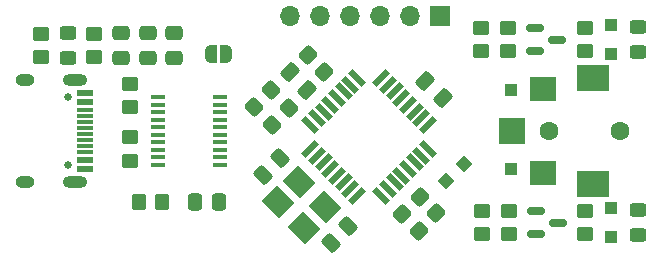
<source format=gbr>
%TF.GenerationSoftware,KiCad,Pcbnew,(6.0.7)*%
%TF.CreationDate,2023-06-20T16:23:12-04:00*%
%TF.ProjectId,microkfd,6d696372-6f6b-4666-942e-6b696361645f,E*%
%TF.SameCoordinates,Original*%
%TF.FileFunction,Soldermask,Top*%
%TF.FilePolarity,Negative*%
%FSLAX46Y46*%
G04 Gerber Fmt 4.6, Leading zero omitted, Abs format (unit mm)*
G04 Created by KiCad (PCBNEW (6.0.7)) date 2023-06-20 16:23:12*
%MOMM*%
%LPD*%
G01*
G04 APERTURE LIST*
G04 Aperture macros list*
%AMRoundRect*
0 Rectangle with rounded corners*
0 $1 Rounding radius*
0 $2 $3 $4 $5 $6 $7 $8 $9 X,Y pos of 4 corners*
0 Add a 4 corners polygon primitive as box body*
4,1,4,$2,$3,$4,$5,$6,$7,$8,$9,$2,$3,0*
0 Add four circle primitives for the rounded corners*
1,1,$1+$1,$2,$3*
1,1,$1+$1,$4,$5*
1,1,$1+$1,$6,$7*
1,1,$1+$1,$8,$9*
0 Add four rect primitives between the rounded corners*
20,1,$1+$1,$2,$3,$4,$5,0*
20,1,$1+$1,$4,$5,$6,$7,0*
20,1,$1+$1,$6,$7,$8,$9,0*
20,1,$1+$1,$8,$9,$2,$3,0*%
%AMRotRect*
0 Rectangle, with rotation*
0 The origin of the aperture is its center*
0 $1 length*
0 $2 width*
0 $3 Rotation angle, in degrees counterclockwise*
0 Add horizontal line*
21,1,$1,$2,0,0,$3*%
%AMFreePoly0*
4,1,22,0.500000,-0.750000,0.000000,-0.750000,0.000000,-0.745033,-0.079941,-0.743568,-0.215256,-0.701293,-0.333266,-0.622738,-0.424486,-0.514219,-0.481581,-0.384460,-0.499164,-0.250000,-0.500000,-0.250000,-0.500000,0.250000,-0.499164,0.250000,-0.499963,0.256109,-0.478152,0.396186,-0.417904,0.524511,-0.324060,0.630769,-0.204165,0.706417,-0.067858,0.745374,0.000000,0.744959,0.000000,0.750000,
0.500000,0.750000,0.500000,-0.750000,0.500000,-0.750000,$1*%
%AMFreePoly1*
4,1,20,0.000000,0.744959,0.073905,0.744508,0.209726,0.703889,0.328688,0.626782,0.421226,0.519385,0.479903,0.390333,0.500000,0.250000,0.500000,-0.250000,0.499851,-0.262216,0.476331,-0.402017,0.414519,-0.529596,0.319384,-0.634700,0.198574,-0.708877,0.061801,-0.746166,0.000000,-0.745033,0.000000,-0.750000,-0.500000,-0.750000,-0.500000,0.750000,0.000000,0.750000,0.000000,0.744959,
0.000000,0.744959,$1*%
G04 Aperture macros list end*
%ADD10RoundRect,0.250000X0.450000X-0.325000X0.450000X0.325000X-0.450000X0.325000X-0.450000X-0.325000X0*%
%ADD11RoundRect,0.150000X-0.587500X-0.150000X0.587500X-0.150000X0.587500X0.150000X-0.587500X0.150000X0*%
%ADD12R,1.200000X0.400000*%
%ADD13RoundRect,0.250000X0.070711X-0.565685X0.565685X-0.070711X-0.070711X0.565685X-0.565685X0.070711X0*%
%ADD14RoundRect,0.250000X0.097227X-0.574524X0.574524X-0.097227X-0.097227X0.574524X-0.574524X0.097227X0*%
%ADD15RoundRect,0.250000X-0.337500X-0.475000X0.337500X-0.475000X0.337500X0.475000X-0.337500X0.475000X0*%
%ADD16RoundRect,0.250000X-0.450000X0.350000X-0.450000X-0.350000X0.450000X-0.350000X0.450000X0.350000X0*%
%ADD17RoundRect,0.250000X0.565685X0.070711X0.070711X0.565685X-0.565685X-0.070711X-0.070711X-0.565685X0*%
%ADD18RoundRect,0.250000X-0.574524X-0.097227X-0.097227X-0.574524X0.574524X0.097227X0.097227X0.574524X0*%
%ADD19R,1.000000X1.000000*%
%ADD20RoundRect,0.250000X0.350000X0.450000X-0.350000X0.450000X-0.350000X-0.450000X0.350000X-0.450000X0*%
%ADD21RotRect,2.100000X1.800000X135.000000*%
%ADD22RoundRect,0.250000X-0.450000X0.325000X-0.450000X-0.325000X0.450000X-0.325000X0.450000X0.325000X0*%
%ADD23RoundRect,0.250000X-0.097227X0.574524X-0.574524X0.097227X0.097227X-0.574524X0.574524X-0.097227X0*%
%ADD24RotRect,1.600000X0.550000X45.000000*%
%ADD25RotRect,1.600000X0.550000X135.000000*%
%ADD26RoundRect,0.250000X0.475000X-0.337500X0.475000X0.337500X-0.475000X0.337500X-0.475000X-0.337500X0*%
%ADD27C,0.650000*%
%ADD28R,1.450000X0.600000*%
%ADD29R,1.450000X0.300000*%
%ADD30O,2.100000X1.000000*%
%ADD31O,1.600000X1.000000*%
%ADD32RoundRect,0.250000X0.450000X-0.350000X0.450000X0.350000X-0.450000X0.350000X-0.450000X-0.350000X0*%
%ADD33FreePoly0,0.000000*%
%ADD34FreePoly1,0.000000*%
%ADD35C,1.600000*%
%ADD36R,2.300000X2.200000*%
%ADD37R,2.800000X2.200000*%
%ADD38R,2.200000X2.100000*%
%ADD39R,1.700000X1.700000*%
%ADD40O,1.700000X1.700000*%
%ADD41RotRect,1.000000X1.000000X45.000000*%
%ADD42RotRect,1.000000X1.000000X315.000000*%
%ADD43RoundRect,0.250000X-0.475000X0.337500X-0.475000X-0.337500X0.475000X-0.337500X0.475000X0.337500X0*%
G04 APERTURE END LIST*
D10*
%TO.C,D2*%
X146750000Y-93275000D03*
X146750000Y-91225000D03*
%TD*%
D11*
%TO.C,Q2*%
X138125000Y-106800000D03*
X138125000Y-108700000D03*
X140000000Y-107750000D03*
%TD*%
D12*
%TO.C,U1*%
X111350000Y-102857500D03*
X111350000Y-102222500D03*
X111350000Y-101587500D03*
X111350000Y-100952500D03*
X111350000Y-100317500D03*
X111350000Y-99682500D03*
X111350000Y-99047500D03*
X111350000Y-98412500D03*
X111350000Y-97777500D03*
X111350000Y-97142500D03*
X106150000Y-97142500D03*
X106150000Y-97777500D03*
X106150000Y-98412500D03*
X106150000Y-99047500D03*
X106150000Y-99682500D03*
X106150000Y-100317500D03*
X106150000Y-100952500D03*
X106150000Y-101587500D03*
X106150000Y-102222500D03*
X106150000Y-102857500D03*
%TD*%
D13*
%TO.C,R7*%
X115792893Y-99457107D03*
X117207107Y-98042893D03*
%TD*%
D14*
%TO.C,C7*%
X120766377Y-109483623D03*
X122233623Y-108016377D03*
%TD*%
D15*
%TO.C,C3*%
X109250000Y-106000000D03*
X111325000Y-106000000D03*
%TD*%
D16*
%TO.C,R4*%
X100750000Y-91750000D03*
X100750000Y-93750000D03*
%TD*%
%TO.C,R13*%
X133562500Y-106750000D03*
X133562500Y-108750000D03*
%TD*%
D17*
%TO.C,R9*%
X129707107Y-106957107D03*
X128292893Y-105542893D03*
%TD*%
D18*
%TO.C,C5*%
X128766377Y-95766377D03*
X130233623Y-97233623D03*
%TD*%
D16*
%TO.C,R2*%
X103750000Y-100500000D03*
X103750000Y-102500000D03*
%TD*%
D19*
%TO.C,TP4*%
X136000000Y-103250000D03*
%TD*%
D20*
%TO.C,R5*%
X106500000Y-106000000D03*
X104500000Y-106000000D03*
%TD*%
D21*
%TO.C,Y1*%
X120229899Y-106462132D03*
X118037868Y-104270101D03*
X116270101Y-106037868D03*
X118462132Y-108229899D03*
%TD*%
D16*
%TO.C,R10*%
X96250000Y-91750000D03*
X96250000Y-93750000D03*
%TD*%
D22*
%TO.C,D1*%
X146750000Y-106725000D03*
X146750000Y-108775000D03*
%TD*%
D23*
%TO.C,C8*%
X116483623Y-102266377D03*
X115016377Y-103733623D03*
%TD*%
D24*
%TO.C,U2*%
X119014897Y-101525305D03*
X119580583Y-102090990D03*
X120146268Y-102656676D03*
X120711953Y-103222361D03*
X121277639Y-103788047D03*
X121843324Y-104353732D03*
X122409010Y-104919417D03*
X122974695Y-105485103D03*
D25*
X125025305Y-105485103D03*
X125590990Y-104919417D03*
X126156676Y-104353732D03*
X126722361Y-103788047D03*
X127288047Y-103222361D03*
X127853732Y-102656676D03*
X128419417Y-102090990D03*
X128985103Y-101525305D03*
D24*
X128985103Y-99474695D03*
X128419417Y-98909010D03*
X127853732Y-98343324D03*
X127288047Y-97777639D03*
X126722361Y-97211953D03*
X126156676Y-96646268D03*
X125590990Y-96080583D03*
X125025305Y-95514897D03*
D25*
X122974695Y-95514897D03*
X122409010Y-96080583D03*
X121843324Y-96646268D03*
X121277639Y-97211953D03*
X120711953Y-97777639D03*
X120146268Y-98343324D03*
X119580583Y-98909010D03*
X119014897Y-99474695D03*
%TD*%
D26*
%TO.C,C2*%
X103000000Y-93787500D03*
X103000000Y-91712500D03*
%TD*%
D27*
%TO.C,J1*%
X98540000Y-97110000D03*
X98540000Y-102890000D03*
D28*
X99985000Y-96750000D03*
X99985000Y-97550000D03*
D29*
X99985000Y-98750000D03*
X99985000Y-99750000D03*
X99985000Y-100250000D03*
X99985000Y-101250000D03*
D28*
X99985000Y-102450000D03*
X99985000Y-103250000D03*
X99985000Y-103250000D03*
X99985000Y-102450000D03*
D29*
X99985000Y-101750000D03*
X99985000Y-100750000D03*
X99985000Y-99250000D03*
X99985000Y-98250000D03*
D28*
X99985000Y-97550000D03*
X99985000Y-96750000D03*
D30*
X99070000Y-104320000D03*
X99070000Y-95680000D03*
D31*
X94890000Y-95680000D03*
X94890000Y-104320000D03*
%TD*%
D32*
%TO.C,R14*%
X135750000Y-93250000D03*
X135750000Y-91250000D03*
%TD*%
D19*
%TO.C,TP3*%
X136000000Y-96500000D03*
%TD*%
D33*
%TO.C,JP1*%
X110600000Y-93500000D03*
D34*
X111900000Y-93500000D03*
%TD*%
D18*
%TO.C,C4*%
X117266377Y-95016377D03*
X118733623Y-96483623D03*
%TD*%
D17*
%TO.C,R8*%
X128207107Y-108457107D03*
X126792893Y-107042893D03*
%TD*%
%TO.C,R3*%
X120207107Y-94957107D03*
X118792893Y-93542893D03*
%TD*%
D19*
%TO.C,D5*%
X144500000Y-106500000D03*
X144500000Y-109000000D03*
%TD*%
D13*
%TO.C,R6*%
X114292893Y-97957107D03*
X115707107Y-96542893D03*
%TD*%
D10*
%TO.C,D3*%
X98500000Y-93775000D03*
X98500000Y-91725000D03*
%TD*%
D35*
%TO.C,J3*%
X139250000Y-100000000D03*
X145250000Y-100000000D03*
D36*
X136100000Y-100000000D03*
D37*
X142950000Y-104500000D03*
X142950000Y-95500000D03*
D38*
X138750000Y-103550000D03*
X138750000Y-96450000D03*
%TD*%
D26*
%TO.C,C1*%
X107500000Y-93787500D03*
X107500000Y-91712500D03*
%TD*%
D32*
%TO.C,R15*%
X135812500Y-108750000D03*
X135812500Y-106750000D03*
%TD*%
D16*
%TO.C,R1*%
X103750000Y-96000000D03*
X103750000Y-98000000D03*
%TD*%
D39*
%TO.C,J2*%
X130000000Y-90250000D03*
D40*
X127460000Y-90250000D03*
X124920000Y-90250000D03*
X122380000Y-90250000D03*
X119840000Y-90250000D03*
X117300000Y-90250000D03*
%TD*%
D16*
%TO.C,R12*%
X133500000Y-91250000D03*
X133500000Y-93250000D03*
%TD*%
D41*
%TO.C,TP1*%
X130500000Y-104250000D03*
%TD*%
D42*
%TO.C,TP2*%
X132000000Y-102750000D03*
%TD*%
D32*
%TO.C,R17*%
X142250000Y-93250000D03*
X142250000Y-91250000D03*
%TD*%
D19*
%TO.C,D4*%
X144500000Y-91000000D03*
X144500000Y-93500000D03*
%TD*%
D16*
%TO.C,R18*%
X142312500Y-106750000D03*
X142312500Y-108750000D03*
%TD*%
D43*
%TO.C,C6*%
X105250000Y-91712500D03*
X105250000Y-93787500D03*
%TD*%
D11*
%TO.C,Q1*%
X138062500Y-91300000D03*
X138062500Y-93200000D03*
X139937500Y-92250000D03*
%TD*%
M02*

</source>
